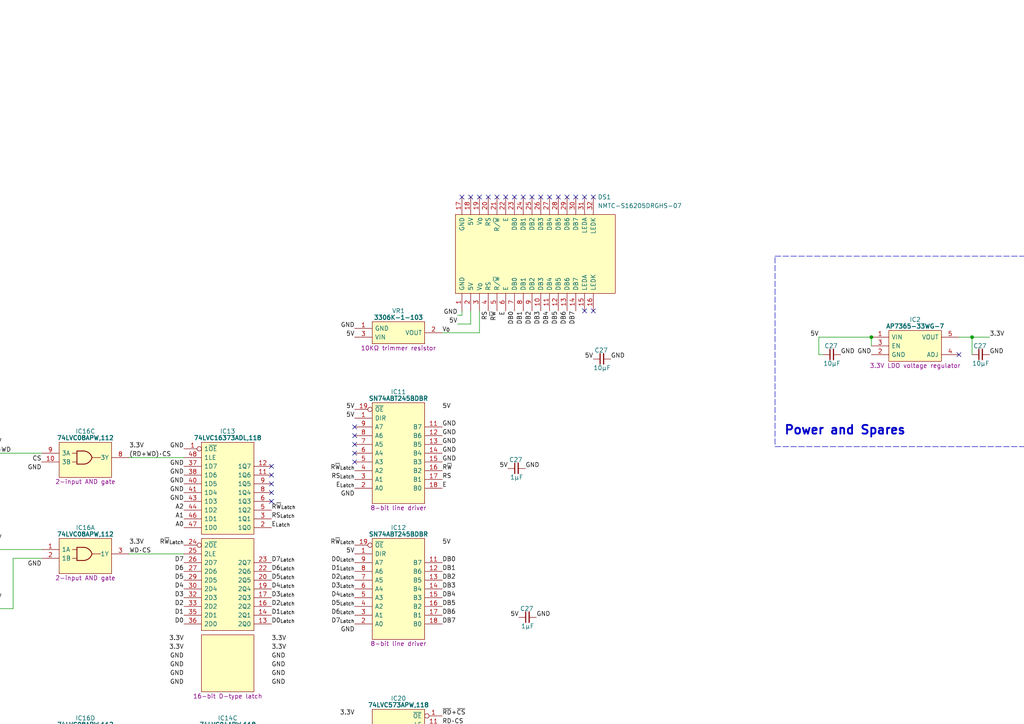
<source format=kicad_sch>
(kicad_sch (version 20230121) (generator eeschema)
  (paper "A4")
  (lib_symbols
    (symbol "Bourns:3306K-1-103" (pin_names (offset 0.762))
      (property "Reference" "VR" (at 12.7 5.08 0))
      (property "Value" "3306K-1-103" (at 12.7 3.175 0))
      (property "Description" "10KΩ trimmer resistor" (at 12.7 -5.715 0))
      (symbol "3306K-1-103_0_0"
        (pin passive line (at 0 0 0) (length 5.08) (name "GND") (number "1"))
        (pin passive line (at 25.4 -1.27 180) (length 5.08) (name "VOUT") (number "2"))
        (pin passive line (at 0 -2.54 0) (length 5.08) (name "VIN") (number "3"))
      )
      (symbol "3306K-1-103_0_1"
        (polyline (pts (xy 5.08 1.905) (xy 20.32 1.905) (xy 20.32 -4.445) (xy 5.08 -4.445) (xy 5.08 1.905)) (stroke (width 0.1524)) (fill (type background)))
      )
    )
    (symbol "C_0805_5" (pin_numbers hide) (pin_names (offset 0.254) hide)
      (property "Reference" "C" (at 2.286 2.54 0))
      (property "Value" "?μF" (at 2.54 -2.54 0))
      (symbol "C_0805_5_0_1"
        (polyline (pts (xy 1.9685 -1.4605) (xy 1.9685 1.5875)) (stroke (width 0.3048)))
        (polyline (pts (xy 2.9845 -1.4605) (xy 2.9845 1.5875)) (stroke (width 0.3302)))
      )
      (symbol "C_0805_5_1_1"
        (pin passive line (at 0 0 0) (length 2.032) (name "~") (number "1"))
        (pin passive line (at 5.08 0 180) (length 2.032) (name "~") (number "2"))
      )
    )
    (symbol "Connector:Conn_01x16_Pin" (pin_names (offset 1.016) hide)
      (property "Reference" "J" (at 0 20.32 0))
      (property "Value" "Conn_01x16_Pin" (at 0 -22.86 0))
      (symbol "Conn_01x16_Pin_1_1"
        (polyline (pts (xy 1.27 -20.32) (xy 0.8636 -20.32)) (stroke (width 0.1524)))
        (polyline (pts (xy 1.27 -17.78) (xy 0.8636 -17.78)) (stroke (width 0.1524)))
        (polyline (pts (xy 1.27 -15.24) (xy 0.8636 -15.24)) (stroke (width 0.1524)))
        (polyline (pts (xy 1.27 -12.7) (xy 0.8636 -12.7)) (stroke (width 0.1524)))
        (polyline (pts (xy 1.27 -10.16) (xy 0.8636 -10.16)) (stroke (width 0.1524)))
        (polyline (pts (xy 1.27 -7.62) (xy 0.8636 -7.62)) (stroke (width 0.1524)))
        (polyline (pts (xy 1.27 -5.08) (xy 0.8636 -5.08)) (stroke (width 0.1524)))
        (polyline (pts (xy 1.27 -2.54) (xy 0.8636 -2.54)) (stroke (width 0.1524)))
        (polyline (pts (xy 1.27 0) (xy 0.8636 0)) (stroke (width 0.1524)))
        (polyline (pts (xy 1.27 2.54) (xy 0.8636 2.54)) (stroke (width 0.1524)))
        (polyline (pts (xy 1.27 5.08) (xy 0.8636 5.08)) (stroke (width 0.1524)))
        (polyline (pts (xy 1.27 7.62) (xy 0.8636 7.62)) (stroke (width 0.1524)))
        (polyline (pts (xy 1.27 10.16) (xy 0.8636 10.16)) (stroke (width 0.1524)))
        (polyline (pts (xy 1.27 12.7) (xy 0.8636 12.7)) (stroke (width 0.1524)))
        (polyline (pts (xy 1.27 15.24) (xy 0.8636 15.24)) (stroke (width 0.1524)))
        (polyline (pts (xy 1.27 17.78) (xy 0.8636 17.78)) (stroke (width 0.1524)))
        (rectangle (start 0.8636 -20.193) (end 0 -20.447) (stroke (width 0.1524)) (fill (type outline)))
        (rectangle (start 0.8636 -17.653) (end 0 -17.907) (stroke (width 0.1524)) (fill (type outline)))
        (rectangle (start 0.8636 -15.113) (end 0 -15.367) (stroke (width 0.1524)) (fill (type outline)))
        (rectangle (start 0.8636 -12.573) (end 0 -12.827) (stroke (width 0.1524)) (fill (type outline)))
        (rectangle (start 0.8636 -10.033) (end 0 -10.287) (stroke (width 0.1524)) (fill (type outline)))
        (rectangle (start 0.8636 -7.493) (end 0 -7.747) (stroke (width 0.1524)) (fill (type outline)))
        (rectangle (start 0.8636 -4.953) (end 0 -5.207) (stroke (width 0.1524)) (fill (type outline)))
        (rectangle (start 0.8636 -2.413) (end 0 -2.667) (stroke (width 0.1524)) (fill (type outline)))
        (rectangle (start 0.8636 0.127) (end 0 -0.127) (stroke (width 0.1524)) (fill (type outline)))
        (rectangle (start 0.8636 2.667) (end 0 2.413) (stroke (width 0.1524)) (fill (type outline)))
        (rectangle (start 0.8636 5.207) (end 0 4.953) (stroke (width 0.1524)) (fill (type outline)))
        (rectangle (start 0.8636 7.747) (end 0 7.493) (stroke (width 0.1524)) (fill (type outline)))
        (rectangle (start 0.8636 10.287) (end 0 10.033) (stroke (width 0.1524)) (fill (type outline)))
        (rectangle (start 0.8636 12.827) (end 0 12.573) (stroke (width 0.1524)) (fill (type outline)))
        (rectangle (start 0.8636 15.367) (end 0 15.113) (stroke (width 0.1524)) (fill (type outline)))
        (rectangle (start 0.8636 17.907) (end 0 17.653) (stroke (width 0.1524)) (fill (type outline)))
        (pin passive line (at 5.08 17.78 180) (length 3.81) (name "Pin_1") (number "1"))
        (pin passive line (at 5.08 -5.08 180) (length 3.81) (name "Pin_10") (number "10"))
        (pin passive line (at 5.08 -7.62 180) (length 3.81) (name "Pin_11") (number "11"))
        (pin passive line (at 5.08 -10.16 180) (length 3.81) (name "Pin_12") (number "12"))
        (pin passive line (at 5.08 -12.7 180) (length 3.81) (name "Pin_13") (number "13"))
        (pin passive line (at 5.08 -15.24 180) (length 3.81) (name "Pin_14") (number "14"))
        (pin passive line (at 5.08 -17.78 180) (length 3.81) (name "Pin_15") (number "15"))
        (pin passive line (at 5.08 -20.32 180) (length 3.81) (name "Pin_16") (number "16"))
        (pin passive line (at 5.08 15.24 180) (length 3.81) (name "Pin_2") (number "2"))
        (pin passive line (at 5.08 12.7 180) (length 3.81) (name "Pin_3") (number "3"))
        (pin passive line (at 5.08 10.16 180) (length 3.81) (name "Pin_4") (number "4"))
        (pin passive line (at 5.08 7.62 180) (length 3.81) (name "Pin_5") (number "5"))
        (pin passive line (at 5.08 5.08 180) (length 3.81) (name "Pin_6") (number "6"))
        (pin passive line (at 5.08 2.54 180) (length 3.81) (name "Pin_7") (number "7"))
        (pin passive line (at 5.08 0 180) (length 3.81) (name "Pin_8") (number "8"))
        (pin passive line (at 5.08 -2.54 180) (length 3.81) (name "Pin_9") (number "9"))
      )
    )
    (symbol "Diodes_Inc:AP7365-33WG-7" (pin_names (offset 0.762))
      (property "Reference" "IC" (at 12.7 5.08 0))
      (property "Value" "AP7365-33WG-7" (at 12.7 3.175 0))
      (property "Description" "3.3V LDO voltage regulator" (at 12.7 -8.255 0))
      (symbol "AP7365-33WG-7_0_0"
        (pin passive line (at 0 0 0) (length 5.08) (name "VIN") (number "1"))
        (pin passive line (at 0 -5.08 0) (length 5.08) (name "GND") (number "2"))
        (pin input line (at 0 -2.54 0) (length 5.08) (name "EN") (number "3"))
        (pin passive line (at 25.4 -5.08 180) (length 5.08) (name "ADJ") (number "4"))
        (pin passive line (at 25.4 0 180) (length 5.08) (name "VOUT") (number "5"))
      )
      (symbol "AP7365-33WG-7_0_1"
        (polyline (pts (xy 5.08 1.905) (xy 20.32 1.905) (xy 20.32 -6.985) (xy 5.08 -6.985) (xy 5.08 1.905)) (fill (type background)))
      )
    )
    (symbol "NMTC:NMTC-S16205DRGHS-07" (pin_names (offset 0.762))
      (property "Reference" "DS" (at 35.56 -21.59 0))
      (property "Value" "NMTC-S16205DRGHS-07" (at 35.56 -24.13 0))
      (symbol "NMTC-S16205DRGHS-07_0_0"
        (pin passive line (at -3.81 -54.61 90) (length 5.08) (name "GND") (number "1"))
        (pin bidirectional line (at 19.05 -54.61 90) (length 5.08) (name "DB3") (number "10"))
        (pin bidirectional line (at 21.59 -54.61 90) (length 5.08) (name "DB4") (number "11"))
        (pin bidirectional line (at 24.13 -54.61 90) (length 5.08) (name "DB5") (number "12"))
        (pin bidirectional line (at 26.67 -54.61 90) (length 5.08) (name "DB6") (number "13"))
        (pin bidirectional line (at 29.21 -54.61 90) (length 5.08) (name "DB7") (number "14"))
        (pin passive line (at 31.75 -54.61 90) (length 5.08) (name "LEDA") (number "15"))
        (pin passive line (at 34.29 -54.61 90) (length 5.08) (name "LEDK") (number "16"))
        (pin passive line (at -3.81 -21.59 270) (length 5.08) (name "GND") (number "17"))
        (pin passive line (at -1.27 -21.59 270) (length 5.08) (name "5V") (number "18"))
        (pin passive line (at 1.27 -21.59 270) (length 5.08) (name "V_{O}") (number "19"))
        (pin passive line (at -1.27 -54.61 90) (length 5.08) (name "5V") (number "2"))
        (pin input line (at 3.81 -21.59 270) (length 5.08) (name "RS") (number "20"))
        (pin input line (at 6.35 -21.59 270) (length 5.08) (name "R/~{W}") (number "21"))
        (pin input line (at 8.89 -21.59 270) (length 5.08) (name "E") (number "22"))
        (pin bidirectional line (at 11.43 -21.59 270) (length 5.08) (name "DB0") (number "23"))
        (pin bidirectional line (at 13.97 -21.59 270) (length 5.08) (name "DB1") (number "24"))
        (pin bidirectional line (at 16.51 -21.59 270) (length 5.08) (name "DB2") (number "25"))
        (pin bidirectional line (at 19.05 -21.59 270) (length 5.08) (name "DB3") (number "26"))
        (pin bidirectional line (at 21.59 -21.59 270) (length 5.08) (name "DB4") (number "27"))
        (pin bidirectional line (at 24.13 -21.59 270) (length 5.08) (name "DB5") (number "28"))
        (pin bidirectional line (at 26.67 -21.59 270) (length 5.08) (name "DB6") (number "29"))
        (pin passive line (at 1.27 -54.61 90) (length 5.08) (name "V_{O}") (number "3"))
        (pin bidirectional line (at 29.21 -21.59 270) (length 5.08) (name "DB7") (number "30"))
        (pin passive line (at 31.75 -21.59 270) (length 5.08) (name "LEDA") (number "31"))
        (pin passive line (at 34.29 -21.59 270) (length 5.08) (name "LEDK") (number "32"))
        (pin input line (at 3.81 -54.61 90) (length 5.08) (name "RS") (number "4"))
        (pin input line (at 6.35 -54.61 90) (length 5.08) (name "R/~{W}") (number "5"))
        (pin input line (at 8.89 -54.61 90) (length 5.08) (name "E") (number "6"))
        (pin bidirectional line (at 11.43 -54.61 90) (length 5.08) (name "DB0") (number "7"))
        (pin bidirectional line (at 13.97 -54.61 90) (length 5.08) (name "DB1") (number "8"))
        (pin bidirectional line (at 16.51 -54.61 90) (length 5.08) (name "DB2") (number "9"))
      )
      (symbol "NMTC-S16205DRGHS-07_0_1"
        (polyline (pts (xy -5.715 -49.53) (xy -5.715 -26.67) (xy 40.64 -26.67) (xy 40.64 -49.53) (xy -5.715 -49.53)) (stroke (width 0.1524)) (fill (type background)))
      )
    )
    (symbol "Nexperia:74LVC04APW,118_Multi" (pin_names (offset 0.762))
      (property "Reference" "IC" (at 12.7 7.62 0))
      (property "Value" "74LVC04APW,118" (at 12.7 5.715 0))
      (property "Description" "6-input inverter" (at 12.7 -5.715 0))
      (symbol "74LVC04APW,118_Multi_0_0"
        (pin passive line (at 25.4 2.54 180) (length 5.08) hide (name "3V") (number "14"))
        (pin passive line (at 0 -2.54 0) (length 5.08) hide (name "GND") (number "7"))
      )
      (symbol "74LVC04APW,118_Multi_0_1"
        (polyline (pts (xy 9.525 0) (xy 10.7949 0)))
        (polyline (pts (xy 14.351 0) (xy 15.875 0)))
        (polyline (pts (xy 10.795 -1.016) (xy 13.335 0) (xy 10.795 1.016)) (stroke (width 0.254)))
        (polyline (pts (xy 5.08 4.445) (xy 20.32 4.445) (xy 20.32 -4.445) (xy 5.08 -4.445) (xy 5.08 4.445)) (stroke (width 0.1524)) (fill (type background)))
        (rectangle (start 10.795 1.016) (end 10.795 -1.016) (stroke (width 0.254)) (fill (type background)))
        (circle (center 13.843 0) (radius 0.508) (stroke (width 0.254)))
      )
      (symbol "74LVC04APW,118_Multi_1_0"
        (pin input line (at 0 0 0) (length 5.08) (name "1A") (number "1"))
        (pin output inverted (at 25.4 0 180) (length 5.08) (name "1Y") (number "2"))
      )
      (symbol "74LVC04APW,118_Multi_2_0"
        (pin input line (at 0 0 0) (length 5.08) (name "2A") (number "3"))
        (pin output inverted (at 25.4 0 180) (length 5.08) (name "2Y") (number "4"))
      )
      (symbol "74LVC04APW,118_Multi_3_0"
        (pin input line (at 0 0 0) (length 5.08) (name "3A") (number "5"))
        (pin output inverted (at 25.4 0 180) (length 5.08) (name "3Y") (number "6"))
      )
      (symbol "74LVC04APW,118_Multi_4_0"
        (pin output inverted (at 25.4 0 180) (length 5.08) (name "4Y") (number "8"))
        (pin input line (at 0 0 0) (length 5.08) (name "4A") (number "9"))
      )
      (symbol "74LVC04APW,118_Multi_5_0"
        (pin output inverted (at 25.4 0 180) (length 5.08) (name "5Y") (number "10"))
        (pin input line (at 0 0 0) (length 5.08) (name "5A") (number "11"))
      )
      (symbol "74LVC04APW,118_Multi_6_0"
        (pin output inverted (at 25.4 0 180) (length 5.08) (name "6Y") (number "12"))
        (pin input line (at 0 0 0) (length 5.08) (name "6A") (number "13"))
      )
    )
    (symbol "Nexperia:74LVC08APW,112_Multi" (pin_names (offset 0.762))
      (property "Reference" "IC" (at 12.7 6.35 0))
      (property "Value" "74LVC08APW,112" (at 12.7 4.445 0))
      (property "Description" "2-input AND gate" (at 12.7 -8.255 0))
      (symbol "74LVC08APW,112_Multi_0_0"
        (pin passive line (at 25.4 1.27 180) (length 5.08) hide (name "3V") (number "14"))
        (pin passive line (at 0 -5.08 0) (length 5.08) hide (name "GND") (number "7"))
      )
      (symbol "74LVC08APW,112_Multi_0_1"
        (polyline (pts (xy 8.89 -2.54) (xy 10.1599 -2.54)))
        (polyline (pts (xy 8.89 0) (xy 10.1599 0)))
        (polyline (pts (xy 10.248 0.635) (xy 10.248 -3.175)) (stroke (width 0.254)) (fill (type background)))
        (polyline (pts (xy 12.065 -3.175) (xy 10.248 -3.175)) (stroke (width 0.254)) (fill (type background)))
        (polyline (pts (xy 12.065 0.635) (xy 10.248 0.635)) (stroke (width 0.254)) (fill (type background)))
        (polyline (pts (xy 14.605 -1.27) (xy 17.145 -1.27)))
        (polyline (pts (xy 5.08 3.175) (xy 20.32 3.175) (xy 20.32 -6.985) (xy 5.08 -6.985) (xy 5.08 3.175)) (stroke (width 0.1524)) (fill (type background)))
        (arc (start 12.065 -3.175) (mid 13.6634 -2.6604) (end 14.605 -1.27) (stroke (width 0.254)))
        (arc (start 14.605 -1.27) (mid 13.6646 0.122) (end 12.065 0.635) (stroke (width 0.254)))
      )
      (symbol "74LVC08APW,112_Multi_1_0"
        (pin input line (at 0 0 0) (length 5.08) (name "1A") (number "1"))
        (pin input line (at 0 -2.54 0) (length 5.08) (name "1B") (number "2"))
        (pin passive line (at 25.4 -1.27 180) (length 5.08) (name "1Y") (number "3"))
      )
      (symbol "74LVC08APW,112_Multi_2_0"
        (pin input line (at 0 0 0) (length 5.08) (name "2A") (number "4"))
        (pin input line (at 0 -2.54 0) (length 5.08) (name "2B") (number "5"))
        (pin output line (at 25.4 -1.27 180) (length 5.08) (name "2Y") (number "6"))
      )
      (symbol "74LVC08APW,112_Multi_3_0"
        (pin input line (at 0 -2.54 0) (length 5.08) (name "3B") (number "10"))
        (pin output line (at 25.4 -1.27 180) (length 5.08) (name "3Y") (number "8"))
        (pin input line (at 0 0 0) (length 5.08) (name "3A") (number "9"))
      )
      (symbol "74LVC08APW,112_Multi_4_0"
        (pin output line (at 25.4 -1.27 180) (length 5.08) (name "4Y") (number "11"))
        (pin input line (at 0 0 0) (length 5.08) (name "4A") (number "12"))
        (pin input line (at 0 -2.54 0) (length 5.08) (name "4B") (number "13"))
      )
    )
    (symbol "Nexperia:74LVC16373ADL,118" (pin_names (offset 0.762))
      (property "Reference" "IC" (at 12.7 5.08 0))
      (property "Value" "74LVC16373ADL,118" (at 12.7 3.175 0))
      (property "Description" "16-bit D-type latch" (at 12.7 -71.755 0))
      (symbol "74LVC16373ADL,118_0_0"
        (pin input inverted (at 0 0 0) (length 5.08) (name "1~{OE}") (number "1"))
        (pin tri_state line (at 25.4 -7.62 180) (length 5.08) (name "1Q6") (number "11"))
        (pin tri_state line (at 25.4 -5.08 180) (length 5.08) (name "1Q7") (number "12"))
        (pin tri_state line (at 25.4 -50.8 180) (length 5.08) (name "2Q0") (number "13"))
        (pin tri_state line (at 25.4 -48.26 180) (length 5.08) (name "2Q1") (number "14"))
        (pin tri_state line (at 25.4 -45.72 180) (length 5.08) (name "2Q2") (number "16"))
        (pin tri_state line (at 25.4 -43.18 180) (length 5.08) (name "2Q3") (number "17"))
        (pin tri_state line (at 25.4 -40.64 180) (length 5.08) (name "2Q4") (number "19"))
        (pin tri_state line (at 25.4 -22.86 180) (length 5.08) (name "1Q0") (number "2"))
        (pin tri_state line (at 25.4 -38.1 180) (length 5.08) (name "2Q5") (number "20"))
        (pin tri_state line (at 25.4 -35.56 180) (length 5.08) (name "2Q6") (number "22"))
        (pin tri_state line (at 25.4 -33.02 180) (length 5.08) (name "2Q7") (number "23"))
        (pin input inverted (at 0 -27.94 0) (length 5.08) (name "2~{OE}") (number "24"))
        (pin input line (at 0 -30.48 0) (length 5.08) (name "2LE") (number "25"))
        (pin input line (at 0 -33.02 0) (length 5.08) (name "2D7") (number "26"))
        (pin input line (at 0 -35.56 0) (length 5.08) (name "2D6") (number "27"))
        (pin input line (at 0 -38.1 0) (length 5.08) (name "2D5") (number "29"))
        (pin tri_state line (at 25.4 -20.32 180) (length 5.08) (name "1Q1") (number "3"))
        (pin input line (at 0 -40.64 0) (length 5.08) (name "2D4") (number "30"))
        (pin input line (at 0 -43.18 0) (length 5.08) (name "2D3") (number "32"))
        (pin input line (at 0 -45.72 0) (length 5.08) (name "2D2") (number "33"))
        (pin input line (at 0 -48.26 0) (length 5.08) (name "2D1") (number "35"))
        (pin input line (at 0 -50.8 0) (length 5.08) (name "2D0") (number "36"))
        (pin input line (at 0 -5.08 0) (length 5.08) (name "1D7") (number "37"))
        (pin input line (at 0 -10.16 0) (length 5.08) (name "1D5") (number "40"))
        (pin input line (at 0 -12.7 0) (length 5.08) (name "1D4") (number "41"))
        (pin input line (at 0 -15.24 0) (length 5.08) (name "1D3") (number "43"))
        (pin input line (at 0 -17.78 0) (length 5.08) (name "1D2") (number "44"))
        (pin input line (at 0 -20.32 0) (length 5.08) (name "1D1") (number "46"))
        (pin input line (at 0 -22.86 0) (length 5.08) (name "1D0") (number "47"))
        (pin input line (at 0 -2.54 0) (length 5.08) (name "1LE") (number "48"))
        (pin tri_state line (at 25.4 -17.78 180) (length 5.08) (name "1Q2") (number "5"))
        (pin tri_state line (at 25.4 -15.24 180) (length 5.08) (name "1Q3") (number "6"))
        (pin tri_state line (at 25.4 -12.7 180) (length 5.08) (name "1Q4") (number "8"))
        (pin tri_state line (at 25.4 -10.16 180) (length 5.08) (name "1Q5") (number "9"))
      )
      (symbol "74LVC16373ADL,118_0_1"
        (polyline (pts (xy 5.08 -53.975) (xy 20.32 -53.975) (xy 20.32 -70.485) (xy 5.08 -70.485) (xy 5.08 -53.975)) (stroke (width 0.1524)) (fill (type background)))
        (polyline (pts (xy 5.08 -26.035) (xy 20.32 -26.035) (xy 20.32 -52.705) (xy 5.08 -52.705) (xy 5.08 -26.035)) (stroke (width 0.1524)) (fill (type background)))
        (polyline (pts (xy 5.08 1.905) (xy 20.32 1.905) (xy 20.32 -24.765) (xy 5.08 -24.765) (xy 5.08 1.905)) (stroke (width 0.1524)) (fill (type background)))
      )
      (symbol "74LVC16373ADL,118_1_0"
        (pin passive line (at 0 -63.5 0) (length 5.08) hide (name "GND") (number "10"))
        (pin passive line (at 0 -66.04 0) (length 5.08) hide (name "GND") (number "15"))
        (pin passive line (at 0 -58.42 0) (length 5.08) hide (name "3V") (number "18"))
        (pin passive line (at 0 -68.58 0) (length 5.08) hide (name "GND") (number "21"))
        (pin passive line (at 25.4 -68.58 180) (length 5.08) hide (name "GND") (number "28"))
        (pin passive line (at 25.4 -58.42 180) (length 5.08) hide (name "3V") (number "31"))
        (pin passive line (at 25.4 -66.04 180) (length 5.08) hide (name "GND") (number "34"))
        (pin input line (at 0 -7.62 0) (length 5.08) (name "1D6") (number "38"))
        (pin passive line (at 25.4 -63.5 180) (length 5.08) hide (name "GND") (number "39"))
        (pin passive line (at 0 -60.96 0) (length 5.08) hide (name "GND") (number "4"))
        (pin passive line (at 25.4 -55.88 180) (length 5.08) hide (name "3V") (number "42"))
        (pin passive line (at 25.4 -60.96 180) (length 5.08) hide (name "GND") (number "45"))
        (pin passive line (at 0 -55.88 0) (length 5.08) hide (name "3V") (number "7"))
      )
    )
    (symbol "Nexperia:74LVC573APW,118" (pin_names (offset 0.762))
      (property "Reference" "IC" (at 12.7 5.08 0))
      (property "Value" "74LVC573APW,118" (at 12.7 3.175 0))
      (property "Description" "8-bit D-type latch" (at 12.7 -28.575 0))
      (symbol "74LVC573APW,118_0_0"
        (pin input inverted (at 0 0 0) (length 5.08) (name "~{OE}") (number "1"))
        (pin passive line (at 0 -25.4 0) (length 5.08) hide (name "GND") (number "10"))
        (pin input line (at 0 -2.54 0) (length 5.08) (name "LE") (number "11"))
        (pin tri_state line (at 25.4 -5.08 180) (length 5.08) (name "Q7") (number "12"))
        (pin tri_state line (at 25.4 -7.62 180) (length 5.08) (name "Q6") (number "13"))
        (pin tri_state line (at 25.4 -10.16 180) (length 5.08) (name "Q5") (number "14"))
        (pin tri_state line (at 25.4 -12.7 180) (length 5.08) (name "Q4") (number "15"))
        (pin tri_state line (at 25.4 -15.24 180) (length 5.08) (name "Q3") (number "16"))
        (pin tri_state line (at 25.4 -17.78 180) (length 5.08) (name "Q2") (number "17"))
        (pin tri_state line (at 25.4 -20.32 180) (length 5.08) (name "Q1") (number "18"))
        (pin tri_state line (at 25.4 -22.86 180) (length 5.08) (name "Q0") (number "19"))
        (pin input line (at 0 -22.86 0) (length 5.08) (name "D0") (number "2"))
        (pin passive line (at 25.4 0 180) (length 5.08) hide (name "3V") (number "20"))
        (pin input line (at 0 -20.32 0) (length 5.08) (name "D1") (number "3"))
        (pin input line (at 0 -17.78 0) (length 5.08) (name "D2") (number "4"))
        (pin input line (at 0 -15.24 0) (length 5.08) (name "D3") (number "5"))
        (pin input line (at 0 -12.7 0) (length 5.08) (name "D4") (number "6"))
        (pin input line (at 0 -10.16 0) (length 5.08) (name "D5") (number "7"))
        (pin input line (at 0 -7.62 0) (length 5.08) (name "D6") (number "8"))
        (pin input line (at 0 -5.08 0) (length 5.08) (name "D7") (number "9"))
      )
      (symbol "74LVC573APW,118_0_1"
        (polyline (pts (xy 5.08 1.905) (xy 20.32 1.905) (xy 20.32 -27.305) (xy 5.08 -27.305) (xy 5.08 1.905)) (stroke (width 0.1524)) (fill (type background)))
      )
    )
    (symbol "Texas_Instruments:SN74ABT245BDBR" (pin_names (offset 0.762))
      (property "Reference" "IC" (at 12.7 5.08 0))
      (property "Value" "SN74ABT245BDBR" (at 12.7 3.175 0))
      (property "Description" "8-bit line driver" (at 12.7 -28.575 0))
      (symbol "SN74ABT245BDBR_0_0"
        (pin input line (at 0 -2.54 0) (length 5.08) (name "DIR") (number "1"))
        (pin passive line (at 0 -25.4 0) (length 5.08) hide (name "GND") (number "10"))
        (pin tri_state line (at 25.4 -5.08 180) (length 5.08) (name "B7") (number "11"))
        (pin tri_state line (at 25.4 -7.62 180) (length 5.08) (name "B6") (number "12"))
        (pin tri_state line (at 25.4 -10.16 180) (length 5.08) (name "B5") (number "13"))
        (pin tri_state line (at 25.4 -12.7 180) (length 5.08) (name "B4") (number "14"))
        (pin tri_state line (at 25.4 -15.24 180) (length 5.08) (name "B3") (number "15"))
        (pin tri_state line (at 25.4 -17.78 180) (length 5.08) (name "B2") (number "16"))
        (pin tri_state line (at 25.4 -20.32 180) (length 5.08) (name "B1") (number "17"))
        (pin tri_state line (at 25.4 -22.86 180) (length 5.08) (name "B0") (number "18"))
        (pin input inverted (at 0 0 0) (length 5.08) (name "~{OE}") (number "19"))
        (pin tri_state line (at 0 -22.86 0) (length 5.08) (name "A0") (number "2"))
        (pin passive line (at 25.4 0 180) (length 5.08) hide (name "5V") (number "20"))
        (pin tri_state line (at 0 -20.32 0) (length 5.08) (name "A1") (number "3"))
        (pin tri_state line (at 0 -17.78 0) (length 5.08) (name "A2") (number "4"))
        (pin tri_state line (at 0 -15.24 0) (length 5.08) (name "A3") (number "5"))
        (pin tri_state line (at 0 -12.7 0) (length 5.08) (name "A4") (number "6"))
        (pin tri_state line (at 0 -10.16 0) (length 5.08) (name "A5") (number "7"))
        (pin tri_state line (at 0 -7.62 0) (length 5.08) (name "A6") (number "8"))
        (pin tri_state line (at 0 -5.08 0) (length 5.08) (name "A7") (number "9"))
      )
      (symbol "SN74ABT245BDBR_0_1"
        (polyline (pts (xy 5.08 1.905) (xy 20.32 1.905) (xy 20.32 -27.305) (xy 5.08 -27.305) (xy 5.08 1.905)) (stroke (width 0.1524)) (fill (type background)))
      )
    )
  )
  (junction (at 252.73 97.79))
  (junction (at 281.94 97.79))
  (no_connect (at 102.87 133.985))
  (no_connect (at 102.87 128.905))
  (no_connect (at 159.385 57.15))
  (no_connect (at 172.085 90.17))
  (no_connect (at 278.13 102.87))
  (no_connect (at -72.39 209.55))
  (no_connect (at 78.74 140.335))
  (no_connect (at 78.74 137.795))
  (no_connect (at 133.985 57.15))
  (no_connect (at -72.39 201.93))
  (no_connect (at 156.845 57.15))
  (no_connect (at -72.39 204.47))
  (no_connect (at 141.605 57.15))
  (no_connect (at 169.545 90.17))
  (no_connect (at 102.87 126.365))
  (no_connect (at -72.39 217.17))
  (no_connect (at -72.39 179.07))
  (no_connect (at 102.87 131.445))
  (no_connect (at 78.74 135.255))
  (no_connect (at 139.065 57.15))
  (no_connect (at 136.525 57.15))
  (no_connect (at 172.085 57.15))
  (no_connect (at 149.225 57.15))
  (no_connect (at 144.145 57.15))
  (no_connect (at 161.925 57.15))
  (no_connect (at 154.305 57.15))
  (no_connect (at -72.39 207.01))
  (no_connect (at -111.76 191.77))
  (no_connect (at 169.545 57.15))
  (no_connect (at 333.375 118.11))
  (no_connect (at 78.74 145.415))
  (no_connect (at -111.76 179.07))
  (no_connect (at 167.005 57.15))
  (no_connect (at 151.765 57.15))
  (no_connect (at -72.39 212.09))
  (no_connect (at 146.685 57.15))
  (no_connect (at 78.74 142.875))
  (no_connect (at 102.87 123.825))
  (no_connect (at 164.465 57.15))
  (wire (pts (xy -78.74 186.69) (xy -72.39 186.69)))
  (wire (pts (xy 3.81 176.53) (xy -3.81 176.53)))
  (wire (pts (xy -78.74 214.63) (xy -72.39 214.63)))
  (wire (pts (xy -105.41 196.85) (xy -111.76 196.85)))
  (wire (pts (xy 37.465 132.715) (xy 53.34 132.715)))
  (wire (pts (xy -78.74 194.31) (xy -72.39 194.31)))
  (wire (pts (xy 136.525 93.98) (xy 132.715 93.98)))
  (wire (pts (xy -78.74 179.07) (xy -72.39 179.07)))
  (wire (pts (xy 37.465 215.9) (xy 53.34 215.9)))
  (wire (pts (xy -105.41 212.09) (xy -111.76 212.09)))
  (wire (pts (xy -3.81 131.445) (xy 12.065 131.445)))
  (wire (pts (xy -78.74 196.85) (xy -72.39 196.85)))
  (wire (pts (xy -105.41 204.47) (xy -111.76 204.47)))
  (wire (pts (xy -105.41 186.69) (xy -111.76 186.69)))
  (wire (pts (xy -78.74 199.39) (xy -72.39 199.39)))
  (wire (pts (xy -105.41 207.01) (xy -111.76 207.01)))
  (wire (pts (xy -78.74 207.01) (xy -72.39 207.01)))
  (wire (pts (xy -105.41 209.55) (xy -111.76 209.55)))
  (wire (pts (xy 237.49 97.79) (xy 252.73 97.79)))
  (wire (pts (xy -105.41 181.61) (xy -111.76 181.61)))
  (wire (pts (xy -78.74 204.47) (xy -72.39 204.47)))
  (wire (pts (xy -105.41 214.63) (xy -111.76 214.63)))
  (wire (pts (xy 278.13 97.79) (xy 281.94 97.79)))
  (wire (pts (xy -78.74 217.17) (xy -72.39 217.17)))
  (wire (pts (xy -105.41 184.15) (xy -111.76 184.15)))
  (wire (pts (xy 281.94 102.87) (xy 281.94 97.79)))
  (wire (pts (xy 133.985 90.17) (xy 133.985 91.44)))
  (wire (pts (xy -105.41 179.07) (xy -111.76 179.07)))
  (wire (pts (xy 139.065 90.17) (xy 139.065 96.52)))
  (wire (pts (xy 12.065 161.925) (xy 3.81 161.925)))
  (wire (pts (xy 281.94 97.79) (xy 287.02 97.79)))
  (wire (pts (xy -3.81 217.17) (xy 12.065 217.17)))
  (wire (pts (xy -78.74 189.23) (xy -72.39 189.23)))
  (wire (pts (xy -78.74 209.55) (xy -72.39 209.55)))
  (wire (pts (xy 128.27 96.52) (xy 139.065 96.52)))
  (wire (pts (xy -3.81 159.385) (xy 12.065 159.385)))
  (wire (pts (xy -78.74 201.93) (xy -72.39 201.93)))
  (wire (pts (xy -78.74 181.61) (xy -72.39 181.61)))
  (wire (pts (xy 237.49 102.87) (xy 238.76 102.87)))
  (wire (pts (xy -105.41 191.77) (xy -111.76 191.77)))
  (wire (pts (xy -105.41 201.93) (xy -111.76 201.93)))
  (wire (pts (xy -105.41 194.31) (xy -111.76 194.31)))
  (wire (pts (xy -78.74 212.09) (xy -72.39 212.09)))
  (wire (pts (xy 136.525 90.17) (xy 136.525 93.98)))
  (wire (pts (xy -78.74 184.15) (xy -72.39 184.15)))
  (wire (pts (xy -105.41 217.17) (xy -111.76 217.17)))
  (wire (pts (xy 133.985 91.44) (xy 132.715 91.44)))
  (wire (pts (xy 237.49 97.79) (xy 237.49 102.87)))
  (wire (pts (xy 252.73 97.79) (xy 252.73 100.33)))
  (wire (pts (xy -45.085 131.445) (xy -29.21 131.445)))
  (wire (pts (xy 3.81 161.925) (xy 3.81 176.53)))
  (wire (pts (xy 37.465 160.655) (xy 53.34 160.655)))
  (wire (pts (xy -105.41 189.23) (xy -111.76 189.23)))
  (wire (pts (xy -105.41 199.39) (xy -111.76 199.39)))
  (wire (pts (xy -78.74 191.77) (xy -72.39 191.77)))
  (rectangle (start 224.79 74.295) (end 339.725 129.54) (stroke (width 0) (type dash)))
  (text "Power and Spares" (at 227.33 126.365 0) (effects (font (size 2.54 2.54) (thickness 0.508) bold) (justify left bottom)))
  (label "GND" (at 307.975 118.11 180))
  (label "D0_{Latch}" (at 102.87 163.195 180))
  (label "D5" (at -111.76 209.55 180))
  (label "GND" (at -72.39 186.69 0))
  (label "D7" (at 53.34 163.195 180))
  (label "3.3V" (at 74.93 241.935 180))
  (label "A0" (at -72.39 191.77 0))
  (label "DB5" (at 128.27 225.425 0))
  (label "DB2" (at 128.27 217.805 0))
  (label "RS_{Latch}" (at 102.87 139.065 180))
  (label "DB7" (at 167.005 90.17 270))
  (label "~{RD}" (at -70.485 130.175 180))
  (label "GND" (at -29.21 161.925 180))
  (label "GND" (at 307.975 120.65 180))
  (label "R~{W}" (at 128.27 136.525 0))
  (label "DB4" (at 128.27 222.885 0))
  (label "DB0" (at 128.27 212.725 0))
  (label "D5" (at 53.34 168.275 180))
  (label "DB7" (at 128.27 230.505 0))
  (label "GND" (at -15.875 243.205 0))
  (label "GND" (at 53.34 137.795 180))
  (label "E_{Latch}" (at 78.74 153.035 0))
  (label "WD·CS" (at 37.465 160.655 0))
  (label "3.3V" (at -3.81 128.905 0))
  (label "5V" (at 128.27 118.745 0))
  (label "CS" (at 12.065 133.985 180))
  (label "E_{Latch}" (at 102.87 141.605 180))
  (label "(RD+WD)·CS" (at 37.465 132.715 0))
  (label "D4" (at -111.76 207.01 180))
  (label "D6_{Latch}" (at 102.87 178.435 180))
  (label "GND" (at 128.27 233.045 0))
  (label "D7_{Latch}" (at 78.74 163.195 0))
  (label "GND" (at 152.4 135.89 0))
  (label "5V" (at 150.495 179.07 180))
  (label "3.3V" (at 287.02 97.79 0))
  (label "D1_{Latch}" (at 102.87 165.735 180))
  (label "DB3" (at 128.27 220.345 0))
  (label "3.3V" (at 37.465 213.36 0))
  (label "A1" (at -72.39 194.31 0))
  (label "3.3V" (at 37.465 130.175 0))
  (label "RD" (at -3.81 217.17 0))
  (label "3.3V" (at 37.465 158.115 0))
  (label "DB5" (at 161.925 90.17 270))
  (label "5V" (at 147.32 135.89 180))
  (label "D1" (at 102.87 215.265 180))
  (label "DB3" (at 128.27 170.815 0))
  (label "D6" (at -111.76 212.09 180))
  (label "D3" (at -111.76 204.47 180))
  (label "D5_{Latch}" (at 102.87 175.895 180))
  (label "3.3V" (at 102.87 207.645 180))
  (label "GND" (at -29.21 179.07 180))
  (label "GND" (at -29.21 219.71 180))
  (label "E" (at 146.685 90.17 270))
  (label "GND" (at 177.165 104.14 0))
  (label "DB6" (at 128.27 227.965 0))
  (label "GND" (at 78.74 198.755 0))
  (label "D3_{Latch}" (at 78.74 173.355 0))
  (label "5V" (at -72.39 199.39 0))
  (label "D3_{Latch}" (at 102.87 170.815 180))
  (label "RD·CS" (at 37.465 215.9 0))
  (label "5V" (at 102.87 97.79 180))
  (label "GND" (at -29.21 133.985 180))
  (label "GND" (at 128.27 126.365 0))
  (label "CS" (at 12.065 214.63 180))
  (label "R~{W}_{Latch}" (at 102.87 158.115 180))
  (label "D4_{Latch}" (at 102.87 173.355 180))
  (label "GND" (at 128.27 128.905 0))
  (label "D2" (at 53.34 175.895 180))
  (label "GND" (at -111.76 214.63 180))
  (label "GND" (at 287.02 102.87 0))
  (label "DB1" (at 128.27 215.265 0))
  (label "GND" (at 132.715 91.44 180))
  (label "5V" (at 102.87 121.285 180))
  (label "RD+WD" (at -3.81 131.445 0))
  (label "GND" (at 78.74 193.675 0))
  (label "3.3V" (at -3.81 214.63 0))
  (label "GND" (at 53.34 145.415 180))
  (label "D4" (at 53.34 170.815 180))
  (label "DB2" (at 154.305 90.17 270))
  (label "DB1" (at 151.765 90.17 270))
  (label "A2" (at 53.34 147.955 180))
  (label "GND" (at -72.39 181.61 0))
  (label "3.3V" (at -3.81 173.99 0))
  (label "GND" (at 53.34 142.875 180))
  (label "3.3V" (at -3.81 156.845 0))
  (label "3.3V" (at 53.34 188.595 180))
  (label "~{CS}" (at -111.76 189.23 180))
  (label "GND" (at 53.34 193.675 180))
  (label "E" (at 128.27 141.605 0))
  (label "A1" (at 53.34 150.495 180))
  (label "3.3V" (at 78.74 188.595 0))
  (label "V_{0}" (at 128.27 96.52 0))
  (label "GND" (at 53.34 198.755 180))
  (label "3.3V" (at -20.955 243.205 180))
  (label "3.3V" (at 333.375 115.57 0))
  (label "DB0" (at 128.27 163.195 0))
  (label "GND" (at 53.34 140.335 180))
  (label "R~{W}_{Latch}" (at 53.34 158.115 180))
  (label "3.3V" (at 59.055 241.935 180))
  (label "DB4" (at 159.385 90.17 270))
  (label "DB0" (at 149.225 90.17 270))
  (label "DB3" (at 156.845 90.17 270))
  (label "3.3V" (at 27.305 242.57 180))
  (label "GND" (at 78.74 191.135 0))
  (label "D1" (at -111.76 199.39 180))
  (label "GND" (at 243.84 102.87 0))
  (label "5V" (at 102.87 118.745 180))
  (label "GND" (at 12.065 136.525 180))
  (label "~{CS}" (at -29.21 159.385 180))
  (label "GND" (at -70.485 135.255 180))
  (label "5V" (at 172.085 104.14 180))
  (label "3.3V" (at 53.34 186.055 180))
  (label "GND" (at 155.575 179.07 0))
  (label "5V" (at 237.49 97.79 180))
  (label "5V" (at 128.27 158.115 0))
  (label "GND" (at 12.065 219.71 180))
  (label "R~{W}_{Latch}" (at 78.74 147.955 0))
  (label "D5" (at 102.87 225.425 180))
  (label "R~{W}" (at 144.145 90.17 270))
  (label "A0" (at 53.34 153.035 180))
  (label "GND" (at 53.34 191.135 180))
  (label "GND" (at -111.76 181.61 180))
  (label "D6_{Latch}" (at 78.74 165.735 0))
  (label "DB7" (at 128.27 180.975 0))
  (label "A2" (at -72.39 196.85 0))
  (label "R~{W}_{Latch}" (at 102.87 136.525 180))
  (label "GND" (at 53.34 135.255 180))
  (label "~{RD}" (at -111.76 184.15 180))
  (label "D2_{Latch}" (at 78.74 175.895 0))
  (label "GND" (at -72.39 184.15 0))
  (label "GND" (at 102.87 183.515 180))
  (label "D5_{Latch}" (at 78.74 168.275 0))
  (label "3.3V" (at 78.74 213.36 0))
  (label "DB1" (at 128.27 165.735 0))
  (label "GND" (at 78.74 196.215 0))
  (label "DB2" (at 128.27 168.275 0))
  (label "D7" (at -111.76 217.17 180))
  (label "GND" (at 102.87 95.25 180))
  (label "GND" (at 102.87 144.145 180))
  (label "GND" (at 128.27 123.825 0))
  (label "D0" (at -111.76 194.31 180))
  (label "D1_{Latch}" (at 78.74 178.435 0))
  (label "D1" (at 53.34 178.435 180))
  (label "D4" (at 102.87 222.885 180))
  (label "RS" (at 128.27 139.065 0))
  (label "GND" (at 128.27 131.445 0))
  (label "5V" (at 102.87 160.655 180))
  (label "~{WD}" (at -29.21 176.53 180))
  (label "GND" (at 80.01 241.935 0))
  (label "D4_{Latch}" (at 78.74 170.815 0))
  (label "RS" (at 141.605 90.17 270))
  (label "D0" (at 53.34 180.975 180))
  (label "GND" (at 252.73 102.87 180))
  (label "~{WD}" (at -111.76 186.69 180))
  (label "D6" (at 53.34 165.735 180))
  (label "~{WD}" (at -70.485 132.715 180))
  (label "GND" (at 128.27 133.985 0))
  (label "~{RD}" (at -29.21 217.17 180))
  (label "5V" (at -111.76 196.85 180))
  (label "3.3V" (at -45.085 128.905 0))
  (label "~{RD}+~{CS}" (at 78.74 215.9 0))
  (label "D2_{Latch}" (at 102.87 168.275 180))
  (label "D7_{Latch}" (at 102.87 180.975 180))
  (label "3.3V" (at 78.74 186.055 0))
  (label "D7" (at 102.87 230.505 180))
  (label "GND" (at 53.34 218.44 180))
  (label "GND" (at 64.135 241.935 0))
  (label "RS_{Latch}" (at 78.74 150.495 0))
  (label "GND" (at -72.39 189.23 0))
  (label "5V" (at 132.715 93.98 180))
  (label "D0" (at 102.87 212.725 180))
  (label "D3" (at 53.34 173.355 180))
  (label "~{RD}·~{WD}" (at -45.085 131.445 0))
  (label "WD" (at -3.81 176.53 0))
  (label "D2" (at -111.76 201.93 180))
  (label "RD·CS" (at 128.27 210.185 0))
  (label "GND" (at 53.34 130.175 180))
  (label "GND" (at -72.39 214.63 0))
  (label "D2" (at 102.87 217.805 180))
  (label "DB4" (at 128.27 173.355 0))
  (label "CS" (at -3.81 159.385 0))
  (label "D6" (at 102.87 227.965 180))
  (label "GND" (at 53.34 196.215 180))
  (label "GND" (at 12.065 164.465 180))
  (label "3.3V" (at 153.035 221.615 180))
  (label "DB6" (at 164.465 90.17 270))
  (label "GND" (at 158.115 221.615 0))
  (label "~{RD}+~{CS}" (at 128.27 207.645 0))
  (label "D3" (at 102.87 220.345 180))
  (label "D0_{Latch}" (at 78.74 180.975 0))
  (label "GND" (at 32.385 242.57 0))
  (label "DB5" (at 128.27 175.895 0))
  (label "DB6" (at 128.27 178.435 0))
  (symbol (lib_name "C_0805_5") (lib_id "HCP65:C_0805") (at 172.085 104.14 0) (unit 1)
    (property "Reference" "C27" (at 174.371 101.6 0))
    (property "Value" "10μF" (at 174.625 106.68 0))
    (property "Footprint" "SamacSys_Parts:C_0805" (effects hide))
    (instances (project "Pico Sound" (path "" (reference "C27") (unit 1))) (project "VIA Device" (path "" (reference "C7") (unit 1)) (path "" (reference "C15") (unit 1))) (project "MPU Breakout" (path "" (reference "C7") (unit 1)) (path "" (reference "C41") (unit 1)) (path "" (reference "C43") (unit 1))))
  )
  (symbol (lib_id "Nexperia:74LVC04APW,118_Multi") (at -29.21 159.385 0) (unit 1)
    (property "Reference" "IC14" (at -16.51 151.765 0))
    (property "Value" "74LVC04APW,118" (at -16.51 153.67 0) (effects (font bold)))
    (property "Footprint" "SOP65P640X110-14N" (effects hide))
    (property "Datasheet" "https://assets.nexperia.com/documents/data-sheet/74LVC04A.pdf" (effects hide))
    (property "Description" "6-input inverter" (at -16.51 165.1 0))
    (property "Height" "1.1" (effects hide))
    (property "Manufacturer_Name" "Nexperia" (effects hide))
    (property "Manufacturer_Part_Number" "74LVC04APW,118" (effects hide))
    (property "Mouser Part Number" "771-74LVC04APW-T" (effects hide))
    (property "Mouser Price/Stock" "https://www.mouser.co.uk/ProductDetail/Nexperia/74LVC04APW118?qs=me8TqzrmIYUA5zXidd9%2F4g%3D%3D" (effects hide))
    (property "Silkscreen" "74LVC04APW" (effects hide))
  )
  (symbol (lib_name "C_0805_5") (lib_id "HCP65:C_0805") (at 153.035 221.615 0) (unit 1)
    (property "Reference" "C27" (at 155.321 219.075 0))
    (property "Value" "1μF" (at 155.575 224.155 0))
    (property "Footprint" "SamacSys_Parts:C_0805" (effects hide))
    (instances (project "Pico Sound" (path "" (reference "C27") (unit 1))) (project "VIA Device" (path "" (reference "C7") (unit 1)) (path "" (reference "C18") (unit 1))) (project "MPU Breakout" (path "" (reference "C7") (unit 1)) (path "" (reference "C41") (unit 1)) (path "" (reference "C43") (unit 1))))
  )
  (symbol (lib_name "C_0805_5") (lib_id "HCP65:C_0805") (at -20.955 243.205 0) (unit 1)
    (property "Reference" "C27" (at -18.669 240.665 0))
    (property "Value" "1μF" (at -18.415 245.745 0))
    (property "Footprint" "SamacSys_Parts:C_0805" (effects hide))
    (instances (project "Pico Sound" (path "" (reference "C27") (unit 1))) (project "VIA Device" (path "" (reference "C7") (unit 1)) (path "" (reference "C20") (unit 1))) (project "MPU Breakout" (path "" (reference "C7") (unit 1)) (path "" (reference "C41") (unit 1)) (path "" (reference "C43") (unit 1))))
  )
  (symbol (lib_name "C_0805_5") (lib_id "HCP65:C_0805") (at 238.76 102.87 0) (unit 1)
    (property "Reference" "C27" (at 241.046 100.33 0))
    (property "Value" "10μF" (at 241.3 105.41 0))
    (property "Footprint" "SamacSys_Parts:C_0805" (effects hide))
    (instances (project "Pico Sound" (path "" (reference "C27") (unit 1))) (project "VIA Device" (path "" (reference "C7") (unit 1)) (path "" (reference "C13") (unit 1))) (project "MPU Breakout" (path "" (reference "C7") (unit 1)) (path "" (reference "C41") (unit 1)) (path "" (reference "C43") (unit 1))))
  )
  (symbol (lib_id "Texas_Instruments:SN74ABT245BDBR") (at 102.87 118.745 0) (unit 1)
    (property "Reference" "IC11" (at 115.57 113.665 0))
    (property "Value" "SN74ABT245BDBR" (at 115.57 115.57 0) (effects (font bold)))
    (property "Footprint" "SOP65P780X200-20N" (effects hide))
    (property "Datasheet" "http://www.ti.com/lit/gpn/sn74abt245b" (effects hide))
    (property "Description" "8-bit line driver" (at 115.57 147.32 0))
    (property "Height" "2" (effects hide))
    (property "Manufacturer_Name" "Texas Instruments" (effects hide))
    (property "Manufacturer_Part_Number" "SN74ABT245BDBR" (effects hide))
    (property "Mouser Part Number" "595-SN74ABT245BDBR" (effects hide))
    (property "Mouser Price/Stock" "https://www.mouser.co.uk/ProductDetail/Texas-Instruments/SN74ABT245BDBR?qs=5nGYs9Do7G0kvriH65mtcg%3D%3D" (effects hide))
    (property "Silkscreen" "74ABT245" (effects hide))
  )
  (symbol (lib_id "Connector:Conn_01x16_Pin") (at -83.82 196.85 0) (unit 1)
    (property "Reference" "J12" (at -83.82 176.53 0))
    (property "Value" "Conn_01x32_Pin" (at -83.82 219.71 0))
    (property "Footprint" "Connector_PinHeader_2.54mm:PinHeader_1x16_P2.54mm_Vertical" (effects hide))
    (instances (project "MPU Signals" (path "" (reference "J12") (unit 1))) (project "VIA Device" (path "" (reference "J4") (unit 1)) (path "" (reference "J6") (unit 1))) (project "MPU Breakout" (path "" (reference "J4") (unit 1)) (path "" (reference "J4") (unit 1))))
  )
  (symbol (lib_name "C_0805_5") (lib_id "HCP65:C_0805") (at 59.055 241.935 0) (unit 1)
    (property "Reference" "C27" (at 61.341 239.395 0))
    (property "Value" "1μF" (at 61.595 244.475 0))
    (property "Footprint" "SamacSys_Parts:C_0805" (effects hide))
    (instances (project "Pico Sound" (path "" (reference "C27") (unit 1))) (project "VIA Device" (path "" (reference "C7") (unit 1)) (path "" (reference "C21") (unit 1))) (project "MPU Breakout" (path "" (reference "C7") (unit 1)) (path "" (reference "C41") (unit 1)) (path "" (reference "C43") (unit 1))))
  )
  (symbol (lib_id "Nexperia:74LVC16373ADL,118") (at 53.34 130.175 0) (unit 1)
    (property "Reference" "IC13" (at 66.04 125.095 0))
    (property "Value" "74LVC16373ADL,118" (at 66.04 127 0) (effects (font bold)))
    (property "Footprint" "SOP64P1025X280-48N" (effects hide))
    (property "Datasheet" "https://componentsearchengine.com/Datasheets/1/74LVC16373ADL,118.pdf" (effects hide))
    (property "Description" "16-bit D-type latch" (at 66.04 201.93 0))
    (property "Height" "2.8" (effects hide))
    (property "Mouser Part Number" "771-LVC16373ADL118" (effects hide))
    (property "Mouser Price/Stock" "https://www.mouser.com/Search/Refine.aspx?Keyword=771-LVC16373ADL118" (effects hide))
    (property "Manufacturer_Name" "Nexperia" (effects hide))
    (property "Manufacturer_Part_Number" "74LVC16373ADL,118" (effects hide))
    (property "Silkscreen" "74LVC16373AD" (effects hide))
  )
  (symbol (lib_id "Nexperia:74LVC04APW,118_Multi") (at 307.975 118.11 0) (unit 6)
    (property "Reference" "IC14" (at 320.675 110.49 0))
    (property "Value" "74LVC04APW,118" (at 320.675 112.395 0) (effects (font bold)))
    (property "Footprint" "SOP65P640X110-14N" (effects hide))
    (property "Datasheet" "https://assets.nexperia.com/documents/data-sheet/74LVC04A.pdf" (effects hide))
    (property "Description" "6-input inverter" (at 320.675 123.825 0))
    (property "Height" "1.1" (effects hide))
    (property "Manufacturer_Name" "Nexperia" (effects hide))
    (property "Manufacturer_Part_Number" "74LVC04APW,118" (effects hide))
    (property "Mouser Part Number" "771-74LVC04APW-T" (effects hide))
    (property "Mouser Price/Stock" "https://www.mouser.co.uk/ProductDetail/Nexperia/74LVC04APW118?qs=me8TqzrmIYUA5zXidd9%2F4g%3D%3D" (effects hide))
    (property "Silkscreen" "74LVC04APW" (effects hide))
  )
  (symbol (lib_name "C_0805_5") (lib_id "HCP65:C_0805") (at 74.93 241.935 0) (unit 1)
    (property "Reference" "C27" (at 77.216 239.395 0))
    (property "Value" "1μF" (at 77.47 244.475 0))
    (property "Footprint" "SamacSys_Parts:C_0805" (effects hide))
    (instances (project "Pico Sound" (path "" (reference "C27") (unit 1))) (project "VIA Device" (path "" (reference "C7") (unit 1)) (path "" (reference "C22") (unit 1))) (project "MPU Breakout" (path "" (reference "C7") (unit 1)) (path "" (reference "C41") (unit 1)) (path "" (reference "C43") (unit 1))))
  )
  (symbol (lib_id "Nexperia:74LVC08APW,112_Multi") (at 12.065 159.385 0) (unit 1)
    (property "Reference" "IC16" (at 24.765 153.035 0))
    (property "Value" "74LVC08APW,112" (at 24.765 154.94 0) (effects (font bold)))
    (property "Footprint" "SOP65P640X110-14N" (effects hide))
    (property "Datasheet" "https://assets.nexperia.com/documents/data-sheet/74LVC08A.pdf" (effects hide))
    (property "Description" "2-input AND gate" (at 24.765 167.64 0))
    (property "Height" "1.1" (effects hide))
    (property "Manufacturer_Name" "Nexperia" (effects hide))
    (property "Manufacturer_Part_Number" "74LVC08APW,112" (effects hide))
    (property "Mouser Part Number" "771-74LVC08APW" (effects hide))
    (property "Mouser Price/Stock" "https://www.mouser.com/Search/Refine.aspx?Keyword=771-74LVC08APW" (effects hide))
    (property "Silkscreen" "74LVC08" (effects hide))
  )
  (symbol (lib_id "Nexperia:74LVC04APW,118_Multi") (at 53.34 215.9 0) (unit 3)
    (property "Reference" "IC14" (at 66.04 208.28 0))
    (property "Value" "74LVC04APW,118" (at 66.04 210.185 0) (effects (font bold)))
    (property "Footprint" "SOP65P640X110-14N" (effects hide))
    (property "Datasheet" "https://assets.nexperia.com/documents/data-sheet/74LVC04A.pdf" (effects hide))
    (property "Description" "6-input inverter" (at 66.04 221.615 0))
    (property "Height" "1.1" (effects hide))
    (property "Manufacturer_Name" "Nexperia" (effects hide))
    (property "Manufacturer_Part_Number" "74LVC04APW,118" (effects hide))
    (property "Mouser Part Number" "771-74LVC04APW-T" (effects hide))
    (property "Mouser Price/Stock" "https://www.mouser.co.uk/ProductDetail/Nexperia/74LVC04APW118?qs=me8TqzrmIYUA5zXidd9%2F4g%3D%3D" (effects hide))
    (property "Silkscreen" "74LVC04APW" (effects hide))
  )
  (symbol (lib_id "Nexperia:74LVC08APW,112_Multi") (at -70.485 130.175 0) (unit 2)
    (property "Reference" "IC16" (at -57.785 123.825 0))
    (property "Value" "74LVC08APW,112" (at -57.785 125.73 0) (effects (font bold)))
    (property "Footprint" "SOP65P640X110-14N" (effects hide))
    (property "Datasheet" "https://assets.nexperia.com/documents/data-sheet/74LVC08A.pdf" (effects hide))
    (property "Description" "2-input AND gate" (at -57.785 138.43 0))
    (property "Height" "1.1" (effects hide))
    (property "Manufacturer_Name" "Nexperia" (effects hide))
    (property "Manufacturer_Part_Number" "74LVC08APW,112" (effects hide))
    (property "Mouser Part Number" "771-74LVC08APW" (effects hide))
    (property "Mouser Price/Stock" "https://www.mouser.com/Search/Refine.aspx?Keyword=771-74LVC08APW" (effects hide))
    (property "Silkscreen" "74LVC08" (effects hide))
  )
  (symbol (lib_id "Bourns:3306K-1-103") (at 102.87 95.25 0) (unit 1)
    (property "Reference" "VR1" (at 115.57 90.17 0))
    (property "Value" "3306K-1-103" (at 115.57 92.075 0) (effects (font bold)))
    (property "Footprint" "3306K1103" (effects hide))
    (property "Datasheet" "https://www.bourns.com/docs/Product-Datasheets/3306.pdf" (effects hide))
    (property "Description" "10KΩ trimmer resistor" (at 115.57 100.965 0))
    (property "Height" "8.91" (effects hide))
    (property "Manufacturer_Name" "Bourns" (effects hide))
    (property "Manufacturer_Part_Number" "3306K-1-103" (effects hide))
    (property "Mouser Part Number" "652-3306K-1-103" (effects hide))
    (property "Mouser Price/Stock" "https://www.mouser.co.uk/ProductDetail/Bourns/3306K-1-103?qs=K23waP7TVs7Jf7Qc04mQhQ%3D%3D" (effects hide))
    (property "Arrow Part Number" "3306K-1-103" (effects hide))
    (property "Arrow Price/Stock" "https://www.arrow.com/en/products/3306k-1-103/bourns?region=nac" (effects hide))
  )
  (symbol (lib_name "C_0805_5") (lib_id "HCP65:C_0805") (at 27.305 242.57 0) (unit 1)
    (property "Reference" "C27" (at 29.591 240.03 0))
    (property "Value" "1μF" (at 29.845 245.11 0))
    (property "Footprint" "SamacSys_Parts:C_0805" (effects hide))
    (instances (project "Pico Sound" (path "" (reference "C27") (unit 1))) (project "VIA Device" (path "" (reference "C7") (unit 1)) (path "" (reference "C19") (unit 1))) (project "MPU Breakout" (path "" (reference "C7") (unit 1)) (path "" (reference "C41") (unit 1)) (path "" (reference "C43") (unit 1))))
  )
  (symbol (lib_id "Texas_Instruments:SN74ABT245BDBR") (at 102.87 158.115 0) (unit 1)
    (property "Reference" "IC12" (at 115.57 153.035 0))
    (property "Value" "SN74ABT245BDBR" (at 115.57 154.94 0) (effects (font bold)))
    (property "Footprint" "SOP65P780X200-20N" (effects hide))
    (property "Datasheet" "http://www.ti.com/lit/gpn/sn74abt245b" (effects hide))
    (property "Description" "8-bit line driver" (at 115.57 186.69 0))
    (property "Height" "2" (effects hide))
    (property "Manufacturer_Name" "Texas Instruments" (effects hide))
    (property "Manufacturer_Part_Number" "SN74ABT245BDBR" (effects hide))
    (property "Mouser Part Number" "595-SN74ABT245BDBR" (effects hide))
    (property "Mouser Price/Stock" "https://www.mouser.co.uk/ProductDetail/Texas-Instruments/SN74ABT245BDBR?qs=5nGYs9Do7G0kvriH65mtcg%3D%3D" (effects hide))
    (property "Silkscreen" "74ABT245" (effects hide))
  )
  (symbol (lib_id "Diodes_Inc:AP7365-33WG-7") (at 252.73 97.79 0) (unit 1)
    (property "Reference" "IC2" (at 265.43 92.71 0))
    (property "Value" "AP7365-33WG-7" (at 265.43 94.615 0) (effects (font bold)))
    (property "Footprint" "SOT95P285X130-5N" (effects hide))
    (property "Datasheet" "https://componentsearchengine.com/Datasheets/1/AP7365-33WG-7.pdf" (effects hide))
    (property "Description" "3.3V LDO voltage regulator" (at 265.43 106.045 0))
    (property "Height" "1.3" (effects hide))
    (property "Manufacturer_Name" "Diodes Inc." (effects hide))
    (property "Manufacturer_Part_Number" "AP7365-33WG-7" (effects hide))
    (property "Mouser Part Number" "621-AP7365-33WG-7" (effects hide))
    (property "Mouser Price/Stock" "https://www.mouser.co.uk/ProductDetail/Diodes-Incorporated/AP7365-33WG-7?qs=abZ1nkZpTuOZFvxvoFPL0w%3D%3D" (effects hide))
    (property "Arrow Part Number" "AP7365-33WG-7" (effects hide))
    (property "Arrow Price/Stock" "https://www.arrow.com/en/products/ap7365-33wg-7/diodes-incorporated?region=nac" (effects hide))
    (property "Silkscreen" "AP7365" (effects hide))
    (instances (project "Pico Sound" (path "" (reference "IC2") (unit 1))) (project "VIA Device" (path "" (reference "IC5") (unit 1)) (path "" (reference "IC15") (unit 1))) (project "MPU Breakout" (path "" (reference "IC7") (unit 1)) (path "" (reference "IC36") (unit 1)) (path "" (reference "IC41") (unit 1))))
  )
  (symbol (lib_name "C_0805_5") (lib_id "HCP65:C_0805") (at 150.495 179.07 0) (unit 1)
    (property "Reference" "C27" (at 152.781 176.53 0))
    (property "Value" "1μF" (at 153.035 181.61 0))
    (property "Footprint" "SamacSys_Parts:C_0805" (effects hide))
    (instances (project "Pico Sound" (path "" (reference "C27") (unit 1))) (project "VIA Device" (path "" (reference "C7") (unit 1)) (path "" (reference "C16") (unit 1))) (project "MPU Breakout" (path "" (reference "C7") (unit 1)) (path "" (reference "C41") (unit 1)) (path "" (reference "C43") (unit 1))))
  )
  (symbol (lib_id "Nexperia:74LVC04APW,118_Multi") (at -29.21 217.17 0) (unit 4)
    (property "Reference" "IC14" (at -16.51 209.55 0))
    (property "Value" "74LVC04APW,118" (at -16.51 211.455 0) (effects (font bold)))
    (property "Footprint" "SOP65P640X110-14N" (effects hide))
    (property "Datasheet" "https://assets.nexperia.com/documents/data-sheet/74LVC04A.pdf" (effects hide))
    (property "Description" "6-input inverter" (at -16.51 222.885 0))
    (property "Height" "1.1" (effects hide))
    (property "Manufacturer_Name" "Nexperia" (effects hide))
    (property "Manufacturer_Part_Number" "74LVC04APW,118" (effects hide))
    (property "Mouser Part Number" "771-74LVC04APW-T" (effects hide))
    (property "Mouser Price/Stock" "https://www.mouser.co.uk/ProductDetail/Nexperia/74LVC04APW118?qs=me8TqzrmIYUA5zXidd9%2F4g%3D%3D" (effects hide))
    (property "Silkscreen" "74LVC04APW" (effects hide))
  )
  (symbol (lib_name "C_0805_5") (lib_id "HCP65:C_0805") (at 281.94 102.87 0) (unit 1)
    (property "Reference" "C27" (at 284.226 100.33 0))
    (property "Value" "10μF" (at 284.48 105.41 0))
    (property "Footprint" "SamacSys_Parts:C_0805" (effects hide))
    (instances (project "Pico Sound" (path "" (reference "C27") (unit 1))) (project "VIA Device" (path "" (reference "C8") (unit 1)) (path "" (reference "C14") (unit 1))) (project "MPU Breakout" (path "" (reference "C7") (unit 1)) (path "" (reference "C42") (unit 1)) (path "" (reference "C44") (unit 1))))
  )
  (symbol (lib_id "Nexperia:74LVC08APW,112_Multi") (at 12.065 131.445 0) (unit 3)
    (property "Reference" "IC16" (at 24.765 125.095 0))
    (property "Value" "74LVC08APW,112" (at 24.765 127 0) (effects (font bold)))
    (property "Footprint" "SOP65P640X110-14N" (effects hide))
    (property "Datasheet" "https://assets.nexperia.com/documents/data-sheet/74LVC08A.pdf" (effects hide))
    (property "Description" "2-input AND gate" (at 24.765 139.7 0))
    (property "Height" "1.1" (effects hide))
    (property "Manufacturer_Name" "Nexperia" (effects hide))
    (property "Manufacturer_Part_Number" "74LVC08APW,112" (effects hide))
    (property "Mouser Part Number" "771-74LVC08APW" (effects hide))
    (property "Mouser Price/Stock" "https://www.mouser.com/Search/Refine.aspx?Keyword=771-74LVC08APW" (effects hide))
    (property "Silkscreen" "74LVC08" (effects hide))
  )
  (symbol (lib_id "Nexperia:74LVC573APW,118") (at 128.27 207.645 0) (mirror y) (unit 1)
    (property "Reference" "IC20" (at 115.57 202.565 0))
    (property "Value" "74LVC573APW,118" (at 115.57 204.47 0) (effects (font bold)))
    (property "Footprint" "SOP65P640X110-20N" (effects hide))
    (property "Datasheet" "https://assets.nexperia.com/documents/data-sheet/74LVC573A.pdf" (effects hide))
    (property "Description" "8-bit D-type latch" (at 115.57 236.22 0))
    (property "Height" "1.1" (effects hide))
    (property "Mouser Part Number" "771-74LVC573APW-T" (effects hide))
    (property "Mouser Price/Stock" "https://www.mouser.co.uk/ProductDetail/Nexperia/74LVC573APW118/?qs=me8TqzrmIYU4mlL%252B5pgpig%3D%3D" (effects hide))
    (property "Manufacturer_Name" "Nexperia" (effects hide))
    (property "Manufacturer_Part_Number" "74LVC573APW,118" (effects hide))
    (property "Silkscreen" "74LVC573" (effects hide))
  )
  (symbol (lib_id "Nexperia:74LVC04APW,118_Multi") (at -29.21 176.53 0) (unit 2)
    (property "Reference" "IC14" (at -16.51 168.91 0))
    (property "Value" "74LVC04APW,118" (at -16.51 170.815 0) (effects (font bold)))
    (property "Footprint" "SOP65P640X110-14N" (effects hide))
    (property "Datasheet" "https://assets.nexperia.com/documents/data-sheet/74LVC04A.pdf" (effects hide))
    (property "Description" "6-input inverter" (at -16.51 182.245 0))
    (property "Height" "1.1" (effects hide))
    (property "Manufacturer_Name" "Nexperia" (effects hide))
    (property "Manufacturer_Part_Number" "74LVC04APW,118" (effects hide))
    (property "Mouser Part Number" "771-74LVC04APW-T" (effects hide))
    (property "Mouser Price/Stock" "https://www.mouser.co.uk/ProductDetail/Nexperia/74LVC04APW118?qs=me8TqzrmIYUA5zXidd9%2F4g%3D%3D" (effects hide))
    (property "Silkscreen" "74LVC04APW" (effects hide))
  )
  (symbol (lib_id "Connector:Conn_01x16_Pin") (at -100.33 196.85 0) (mirror y) (unit 1)
    (property "Reference" "J12" (at -100.33 176.53 0))
    (property "Value" "Conn_01x32_Pin" (at -100.33 219.71 0))
    (property "Footprint" "Connector_PinHeader_2.54mm:PinHeader_1x16_P2.54mm_Vertical" (effects hide))
    (instances (project "MPU Signals" (path "" (reference "J12") (unit 1))) (project "VIA Device" (path "" (reference "J3") (unit 1)) (path "" (reference "J5") (unit 1))) (project "MPU Breakout" (path "" (reference "J3") (unit 1)) (path "" (reference "J3") (unit 1))))
  )
  (symbol (lib_id "Nexperia:74LVC04APW,118_Multi") (at -29.21 131.445 0) (unit 5)
    (property "Reference" "IC14" (at -16.51 123.825 0))
    (property "Value" "74LVC04APW,118" (at -16.51 125.73 0) (effects (font bold)))
    (property "Footprint" "SOP65P640X110-14N" (effects hide))
    (property "Datasheet" "https://assets.nexperia.com/documents/data-sheet/74LVC04A.pdf" (effects hide))
    (property "Description" "6-input inverter" (at -16.51 137.16 0))
    (property "Height" "1.1" (effects hide))
    (property "Manufacturer_Name" "Nexperia" (effects hide))
    (property "Manufacturer_Part_Number" "74LVC04APW,118" (effects hide))
    (property "Mouser Part Number" "771-74LVC04APW-T" (effects hide))
    (property "Mouser Price/Stock" "https://www.mouser.co.uk/ProductDetail/Nexperia/74LVC04APW118?qs=me8TqzrmIYUA5zXidd9%2F4g%3D%3D" (effects hide))
    (property "Silkscreen" "74LVC04APW" (effects hide))
  )
  (symbol (lib_id "Nexperia:74LVC08APW,112_Multi") (at 12.065 214.63 0) (unit 4)
    (property "Reference" "IC16" (at 24.765 208.28 0))
    (property "Value" "74LVC08APW,112" (at 24.765 210.185 0) (effects (font bold)))
    (property "Footprint" "SOP65P640X110-14N" (effects hide))
    (property "Datasheet" "https://assets.nexperia.com/documents/data-sheet/74LVC08A.pdf" (effects hide))
    (property "Description" "2-input AND gate" (at 24.765 222.885 0))
    (property "Height" "1.1" (effects hide))
    (property "Manufacturer_Name" "Nexperia" (effects hide))
    (property "Manufacturer_Part_Number" "74LVC08APW,112" (effects hide))
    (property "Mouser Part Number" "771-74LVC08APW" (effects hide))
    (property "Mouser Price/Stock" "https://www.mouser.com/Search/Refine.aspx?Keyword=771-74LVC08APW" (effects hide))
    (property "Silkscreen" "74LVC08" (effects hide))
  )
  (symbol (lib_id "NMTC:NMTC-S16205DRGHS-07") (at 137.795 35.56 0) (unit 1)
    (property "Reference" "DS1" (at 173.355 57.15 0) (effects (justify left)))
    (property "Value" "NMTC-S16205DRGHS-07" (at 173.355 59.69 0) (effects (justify left)))
    (property "Footprint" "NMTCS16205DRGHS07_1" (effects hide))
    (property "Description" "LCD Character Display Modules & Accessories Gray Reflective" (effects hide))
    (property "Mouser Part Number" "668-NC-S16205DRGHS" (effects hide))
    (property "Mouser Price/Stock" "https://www.mouser.co.uk/ProductDetail/Microtips-Technology/NMTC-S16205DRGHS-07?qs=wd5RIQLrsJjrkTMKolxTdA%3D%3D" (effects hide))
    (property "Manufacturer_Name" "Microtips Technology" (effects hide))
    (property "Manufacturer_Part_Number" "NMTC-S16205DRGHS-07" (effects hide))
  )
  (symbol (lib_name "C_0805_5") (lib_id "HCP65:C_0805") (at 147.32 135.89 0) (unit 1)
    (property "Reference" "C27" (at 149.606 133.35 0))
    (property "Value" "1μF" (at 149.86 138.43 0))
    (property "Footprint" "SamacSys_Parts:C_0805" (effects hide))
    (instances (project "Pico Sound" (path "" (reference "C27") (unit 1))) (project "VIA Device" (path "" (reference "C7") (unit 1)) (path "" (reference "C17") (unit 1))) (project "MPU Breakout" (path "" (reference "C7") (unit 1)) (path "" (reference "C41") (unit 1)) (path "" (reference "C43") (unit 1))))
  )
)
</source>
